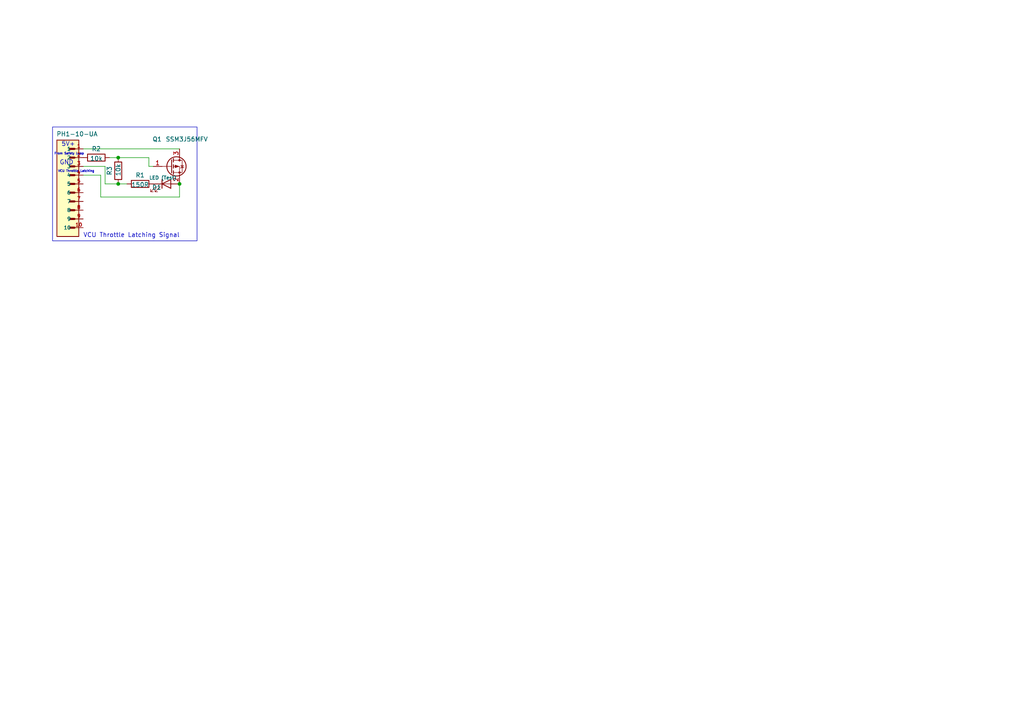
<source format=kicad_sch>
(kicad_sch (version 20231120) (generator "eeschema") (generator_version "8.0")
  (paper "A4")
  (lib_symbols
    (symbol "10 pin output:PH1-10-UA" (pin_names (offset 1.016))
      (property "Reference" "J" (at 0 28.448 0))
      (property "Value" "PH1-10-UA" (at 0 0 0))
      (symbol "PH1-10-UA_0_0"
        (polyline (pts (xy 3.81 2.54) (xy 5.08 2.54)) (stroke (width 0.6096)))
        (polyline (pts (xy 3.81 5.08) (xy 5.08 5.08)) (stroke (width 0.6096)))
        (polyline (pts (xy 3.81 7.62) (xy 5.08 7.62)) (stroke (width 0.6096)))
        (polyline (pts (xy 3.81 10.16) (xy 5.08 10.16)) (stroke (width 0.6096)))
        (polyline (pts (xy 3.81 12.7) (xy 5.08 12.7)) (stroke (width 0.6096)))
        (polyline (pts (xy 3.81 15.24) (xy 5.08 15.24)) (stroke (width 0.6096)))
        (polyline (pts (xy 3.81 17.78) (xy 5.08 17.78)) (stroke (width 0.6096)))
        (polyline (pts (xy 3.81 20.32) (xy 5.08 20.32)) (stroke (width 0.6096)))
        (polyline (pts (xy 3.81 22.86) (xy 5.08 22.86)) (stroke (width 0.6096)))
        (polyline (pts (xy 3.81 25.4) (xy 5.08 25.4)) (stroke (width 0.6096)))
        (rectangle (start 0 0) (end 6.35 27.94) (stroke (width 0.254)) (fill (type background)))
        (pin passive line (at 7.62 25.4 180) (length 2.54) (name "1") (number "1"))
        (pin passive line (at 7.62 2.54 180) (length 2.54) (name "10") (number "10"))
        (pin passive line (at 7.62 22.86 180) (length 2.54) (name "2") (number "2"))
        (pin passive line (at 7.62 20.32 180) (length 2.54) (name "3") (number "3"))
        (pin passive line (at 7.62 17.78 180) (length 2.54) (name "4") (number "4"))
        (pin passive line (at 7.62 15.24 180) (length 2.54) (name "5") (number "5"))
        (pin passive line (at 7.62 12.7 180) (length 2.54) (name "6") (number "6"))
        (pin passive line (at 7.62 10.16 180) (length 2.54) (name "7") (number "7"))
        (pin passive line (at 7.62 7.62 180) (length 2.54) (name "8") (number "8"))
        (pin passive line (at 7.62 5.08 180) (length 2.54) (name "9") (number "9"))
      )
    )
    (symbol "Device:LED" (pin_numbers hide) (pin_names (offset 1.016) hide)
      (property "Reference" "D" (at 0 2.54 0))
      (property "Value" "LED" (at 0 -2.54 0))
      (symbol "LED_0_1"
        (polyline (pts (xy -1.27 -1.27) (xy -1.27 1.27)) (stroke (width 0.254)))
        (polyline (pts (xy -1.27 0) (xy 1.27 0)))
        (polyline (pts (xy 1.27 -1.27) (xy 1.27 1.27) (xy -1.27 0) (xy 1.27 -1.27)) (stroke (width 0.254)))
        (polyline (pts (xy -3.048 -0.762) (xy -4.572 -2.286) (xy -3.81 -2.286) (xy -4.572 -2.286) (xy -4.572 -1.524)))
        (polyline (pts (xy -1.778 -0.762) (xy -3.302 -2.286) (xy -2.54 -2.286) (xy -3.302 -2.286) (xy -3.302 -1.524)))
      )
      (symbol "LED_1_1"
        (pin passive line (at -3.81 0 0) (length 2.54) (name "K") (number "1"))
        (pin passive line (at 3.81 0 180) (length 2.54) (name "A") (number "2"))
      )
    )
    (symbol "Device:R" (pin_numbers hide) (pin_names (offset 0))
      (property "Reference" "R" (at 2.032 0 90))
      (property "Value" "R" (at 0 0 90))
      (symbol "R_0_1"
        (rectangle (start -1.016 -2.54) (end 1.016 2.54) (stroke (width 0.254)))
      )
      (symbol "R_1_1"
        (pin passive line (at 0 3.81 270) (length 1.27) (name "~") (number "1"))
        (pin passive line (at 0 -3.81 90) (length 1.27) (name "~") (number "2"))
      )
    )
    (symbol "Transistor_FET:AON6411" (pin_names hide)
      (property "Reference" "Q" (at 5.08 1.905 0))
      (property "Value" "AON6411" (at 5.08 0 0))
      (symbol "AON6411_0_1"
        (polyline (pts (xy 0.254 0) (xy -2.54 0)))
        (polyline (pts (xy 0.254 1.905) (xy 0.254 -1.905)) (stroke (width 0.254)))
        (polyline (pts (xy 0.762 -1.27) (xy 0.762 -2.286)) (stroke (width 0.254)))
        (polyline (pts (xy 0.762 0.508) (xy 0.762 -0.508)) (stroke (width 0.254)))
        (polyline (pts (xy 0.762 2.286) (xy 0.762 1.27)) (stroke (width 0.254)))
        (polyline (pts (xy 2.54 2.54) (xy 2.54 1.778)))
        (polyline (pts (xy 2.54 -2.54) (xy 2.54 0) (xy 0.762 0)))
        (polyline (pts (xy 0.762 1.778) (xy 3.302 1.778) (xy 3.302 -1.778) (xy 0.762 -1.778)))
        (polyline (pts (xy 2.286 0) (xy 1.27 0.381) (xy 1.27 -0.381) (xy 2.286 0)) (fill (type outline)))
        (polyline (pts (xy 2.794 -0.508) (xy 2.921 -0.381) (xy 3.683 -0.381) (xy 3.81 -0.254)))
        (polyline (pts (xy 3.302 -0.381) (xy 2.921 0.254) (xy 3.683 0.254) (xy 3.302 -0.381)))
        (circle (center 1.651 0) (radius 2.794) (stroke (width 0.254)))
        (circle (center 2.54 -1.778) (radius 0.254) (fill (type outline)))
        (circle (center 2.54 1.778) (radius 0.254) (fill (type outline)))
      )
      (symbol "AON6411_1_1"
        (pin unspecified line (at -5.08 0 0) (length 2.54) (name "G") (number "1"))
        (pin unspecified line (at 2.54 -5.08 90) (length 2.54) (name "S") (number "2"))
        (pin unspecified line (at 2.54 5.08 270) (length 2.54) (name "D") (number "3"))
      )
    )
  )
  (junction (at 52.07 53.34))
  (junction (at 34.29 45.72))
  (junction (at 34.29 53.34))
  (wire (pts (xy 34.29 53.34) (xy 36.83 53.34)))
  (wire (pts (xy 43.18 48.26) (xy 43.18 45.72)))
  (wire (pts (xy 43.18 48.26) (xy 44.45 48.26)))
  (wire (pts (xy 52.07 57.15) (xy 29.21 57.15)))
  (wire (pts (xy 31.75 45.72) (xy 34.29 45.72)))
  (wire (pts (xy 52.07 43.18) (xy 24.13 43.18)))
  (wire (pts (xy 30.48 53.34) (xy 30.48 48.26)))
  (wire (pts (xy 29.21 50.8) (xy 24.13 50.8)))
  (wire (pts (xy 29.21 57.15) (xy 29.21 50.8)))
  (wire (pts (xy 34.29 53.34) (xy 30.48 53.34)))
  (wire (pts (xy 30.48 48.26) (xy 24.13 48.26)))
  (wire (pts (xy 34.29 45.72) (xy 43.18 45.72)))
  (wire (pts (xy 52.07 53.34) (xy 52.07 57.15)))
  (rectangle (start 15.24 36.83) (end 57.15 69.85))
  (text "5V+\n" (at 19.812 41.91 0) (effects (font (size 1.27 1.27))))
  (text "VCU Throttle Latching\n" (at 22.098 49.784 0) (effects (font (size 0.635 0.635))))
  (text "VCU Throttle Latching Signal\n\n" (at 24.13 71.12 0) (effects (font (size 1.27 1.27)) (justify left bottom)))
  (text "From Safety Loop\n" (at 20.066 44.704 0) (effects (font (size 0.635 0.635))))
  (text "GND\n" (at 19.304 47.244 0) (effects (font (size 1.27 1.27))))
  (symbol (lib_id "Device:R") (at 27.94 45.72 90) (unit 1)
    (property "Reference" "R2" (at 27.94 43.18 90))
    (property "Value" "10k" (at 27.94 45.974 90))
    (property "Footprint" "Resistor_SMD:R_0603_1608Metric" (effects (hide yes)))
  )
  (symbol (lib_id "Device:LED") (at 48.26 53.34 0) (unit 1)
    (property "Reference" "D1" (at 45.466 54.356 0))
    (property "Value" "LED (Test)" (at 47.244 51.562 0) (effects (font (size 1 1))))
    (property "Footprint" "LED:LED_AP3216SYD_KNB" (effects (hide yes)))
  )
  (symbol (lib_id "Device:R") (at 40.64 53.34 90) (unit 1)
    (property "Reference" "R1" (at 40.64 50.8 90))
    (property "Value" "150R" (at 40.64 53.594 90))
    (property "Footprint" "Resistor_SMD:R_0805_2012Metric" (effects (hide yes)))
  )
  (symbol (lib_id "Device:R") (at 34.29 49.53 180) (unit 1)
    (property "Reference" "R3" (at 31.75 49.53 90))
    (property "Value" "10k" (at 34.29 49.276 90))
    (property "Footprint" "Resistor_SMD:R_0603_1608Metric" (effects (hide yes)))
  )
  (symbol (lib_id "Transistor_FET:AON6411") (at 49.53 48.26 0) (unit 1)
    (property "Reference" "Q1" (at 44.196 40.386 0) (effects (justify left)))
    (property "Value" "SSM3J56MFV" (at 48.006 40.386 0) (effects (justify left)))
    (property "Footprint" "PMOS:VESM_TOS" (effects (hide yes)))
    (property "Datasheet" "https://toshiba.semicon-storage.com/info/SSM3J56MFV_datasheet_en_20140301.pdf?did=7801&prodName=SSM3J56MFV" (effects (hide yes)))
  )
  (symbol (lib_id "10 pin output:PH1-10-UA") (at 16.51 68.58 0) (unit 1)
    (property "Reference" "J1" (effects (hide yes)))
    (property "Value" "PH1-10-UA" (at 22.352 38.862 0))
    (property "Footprint" "Connector_PinHeader_2.54mm:PinHeader_1x10_P2.54mm_Vertical" (effects (hide yes)))
    (property "MF" "Adam Tech" (effects (hide yes)))
    (property "Description_1" "\n                        \n                            Connector Header Through Hole 10 position 0.100 (2.54mm)\n                        \n" (effects (hide yes)))
    (property "Package" "None" (effects (hide yes)))
    (property "Price" "None" (effects (hide yes)))
    (property "SnapEDA_Link" "https://www.snapeda.com/parts/PH1-10-UA/Adam+Tech/view-part/?ref=snap" (effects (hide yes)))
    (property "MP" "PH1-10-UA" (effects (hide yes)))
    (property "Availability" "In Stock" (effects (hide yes)))
    (property "Check_prices" "https://www.snapeda.com/parts/PH1-10-UA/Adam+Tech/view-part/?ref=eda" (effects (hide yes)))
  )
)
</source>
